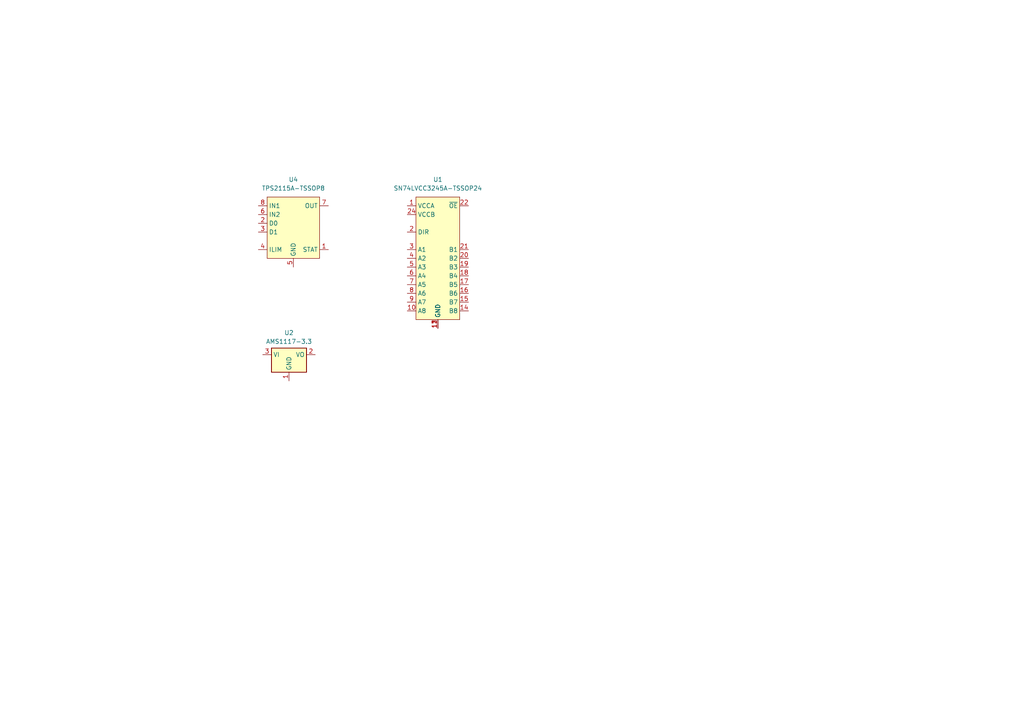
<source format=kicad_sch>
(kicad_sch (version 20250114) (generator "eeschema") (generator_version "9.0")
  (paper "A4")
  (lib_symbols
    (symbol "Regulator_Linear:AMS1117-3.3"
      (property "Reference" "U" (at -3.81 3.175 0))
      (property "Value" "AMS1117-3.3" (at 0 3.175 0))
      (symbol "AMS1117-3.3_0_1"
        (rectangle (start -5.08 -5.08) (end 5.08 1.905) (stroke (width 0.254)) (fill (type background)))
      )
      (symbol "AMS1117-3.3_1_1"
        (pin power_in line (at -7.62 0 0) (length 2.54) (name "VI") (number "3"))
        (pin power_in line (at 0 -7.62 90) (length 2.54) (name "GND") (number "1"))
        (pin power_out line (at 7.62 0 180) (length 2.54) (name "VO") (number "2"))
      )
    )
    (symbol "carlossless:SN74LVCC3245A-TSSOP24"
      (property "Reference" "U" (at 0 22.352 0))
      (property "Value" "SN74LVCC3245A-TSSOP24" (at 0 19.812 0))
      (symbol "SN74LVCC3245A-TSSOP24_1_1"
        (rectangle (start -6.35 17.78) (end 6.35 -17.78) (fill (type background)))
        (pin power_in line (at -8.89 15.24 0) (length 2.54) (name "VCCA") (number "1"))
        (pin power_in line (at -8.89 12.7 0) (length 2.54) (name "VCCB") (number "24"))
        (pin input line (at -8.89 7.62 0) (length 2.54) (name "DIR") (number "2"))
        (pin bidirectional line (at -8.89 2.54 0) (length 2.54) (name "A1") (number "3"))
        (pin bidirectional line (at -8.89 0 0) (length 2.54) (name "A2") (number "4"))
        (pin bidirectional line (at -8.89 -2.54 0) (length 2.54) (name "A3") (number "5"))
        (pin bidirectional line (at -8.89 -5.08 0) (length 2.54) (name "A4") (number "6"))
        (pin bidirectional line (at -8.89 -7.62 0) (length 2.54) (name "A5") (number "7"))
        (pin bidirectional line (at -8.89 -10.16 0) (length 2.54) (name "A6") (number "8"))
        (pin bidirectional line (at -8.89 -12.7 0) (length 2.54) (name "A7") (number "9"))
        (pin bidirectional line (at -8.89 -15.24 0) (length 2.54) (name "A8") (number "10"))
        (pin power_in line (at 0 -20.32 90) (length 2.54) (name "GND") (number "11"))
        (pin power_in line (at 0 -20.32 90) (length 2.54) (name "GND") (number "12"))
        (pin power_in line (at 0 -20.32 90) (length 2.54) (name "GND") (number "13"))
        (pin input line (at 8.89 15.24 180) (length 2.54) (name "~{OE}") (number "22"))
        (pin no_connect line (at 8.89 7.62 180) (length 2.54) (hide yes) (name "NC") (number "23"))
        (pin bidirectional line (at 8.89 2.54 180) (length 2.54) (name "B1") (number "21"))
        (pin bidirectional line (at 8.89 0 180) (length 2.54) (name "B2") (number "20"))
        (pin bidirectional line (at 8.89 -2.54 180) (length 2.54) (name "B3") (number "19"))
        (pin bidirectional line (at 8.89 -5.08 180) (length 2.54) (name "B4") (number "18"))
        (pin bidirectional line (at 8.89 -7.62 180) (length 2.54) (name "B5") (number "17"))
        (pin bidirectional line (at 8.89 -10.16 180) (length 2.54) (name "B6") (number "16"))
        (pin bidirectional line (at 8.89 -12.7 180) (length 2.54) (name "B7") (number "15"))
        (pin bidirectional line (at 8.89 -15.24 180) (length 2.54) (name "B8") (number "14"))
      )
    )
    (symbol "carlossless:TPS2115A-TSSOP8"
      (property "Reference" "U" (at 0 13.462 0))
      (property "Value" "TPS2115A-TSSOP8" (at 0 10.922 0))
      (symbol "TPS2115A-TSSOP8_1_1"
        (rectangle (start -7.62 8.89) (end 7.62 -8.89) (fill (type background)))
        (pin power_in line (at -10.16 6.35 0) (length 2.54) (name "IN1") (number "8"))
        (pin power_in line (at -10.16 3.81 0) (length 2.54) (name "IN2") (number "6"))
        (pin input line (at -10.16 1.27 0) (length 2.54) (name "D0") (number "2"))
        (pin input line (at -10.16 -1.27 0) (length 2.54) (name "D1") (number "3"))
        (pin input line (at -10.16 -6.35 0) (length 2.54) (name "ILIM") (number "4"))
        (pin power_in line (at 0 -11.43 90) (length 2.54) (name "GND") (number "5"))
        (pin power_out line (at 10.16 6.35 180) (length 2.54) (name "OUT") (number "7"))
        (pin open_collector line (at 10.16 -6.35 180) (length 2.54) (name "STAT") (number "1"))
      )
    )
  )
  (symbol (lib_id "Regulator_Linear:AMS1117-3.3") (at 83.82 102.87 0) (unit 1)
    (property "Reference" "U2" (at 83.82 96.52 0))
    (property "Value" "AMS1117-3.3" (at 83.82 99.06 0))
    (property "Footprint" "Package_TO_SOT_SMD:SOT-223-3_TabPin2" (effects (hide yes)))
    (property "Datasheet" "http://www.advanced-monolithic.com/pdf/ds1117.pdf" (effects (hide yes)))
    (property "Description" "1A Low Dropout regulator, positive, 3.3V fixed output, SOT-223" (effects (hide yes)))
  )
  (symbol (lib_id "carlossless:SN74LVCC3245A-TSSOP24") (at 127 74.93 0) (unit 1)
    (property "Reference" "U1" (at 127 52.07 0))
    (property "Value" "SN74LVCC3245A-TSSOP24" (at 127 54.61 0))
    (property "Footprint" "Package_SO:TSSOP-24_4.4x7.8mm_P0.65mm" (effects (hide yes)))
    (property "Datasheet" "https://www.ti.com/lit/ds/symlink/sn74lvcc3245a.pdf" (effects (hide yes)))
  )
  (symbol (lib_id "carlossless:TPS2115A-TSSOP8") (at 85.09 66.04 0) (unit 1)
    (property "Reference" "U4" (at 85.09 52.07 0))
    (property "Value" "TPS2115A-TSSOP8" (at 85.09 54.61 0))
    (property "Footprint" "Package_SO:TSSOP-8_4.4x3mm_P0.65mm" (effects (hide yes)))
    (property "Datasheet" "https://www.ti.com/lit/ds/symlink/tps2114a.pdf?ts=1767273049102&ref_url=https%253A%252F%252Fwww.google.com%252F" (effects (hide yes)))
  )
)
</source>
